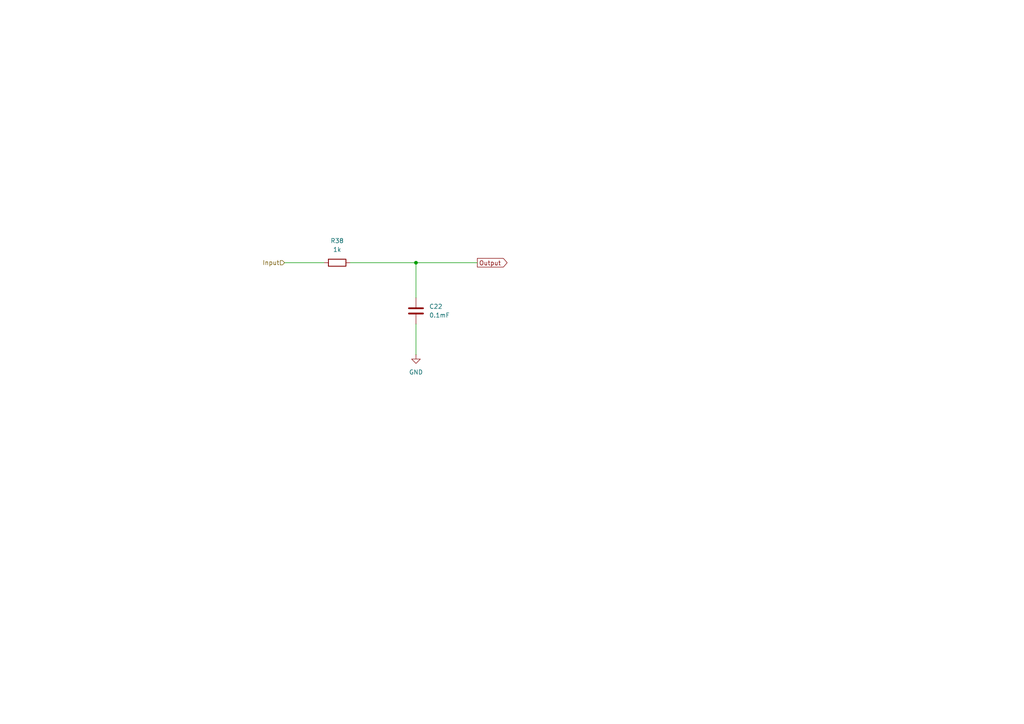
<source format=kicad_sch>
(kicad_sch (version 20231120) (generator "eeschema") (generator_version "8.0")
  (paper "A4")
  (lib_symbols
    (symbol "Device:C" (pin_numbers hide) (pin_names (offset 0.254))
      (property "Reference" "C" (at 0.635 2.54 0))
      (property "Value" "C" (at 0.635 -2.54 0))
      (symbol "C_0_1"
        (polyline (pts (xy -2.032 -0.762) (xy 2.032 -0.762)) (stroke (width 0.508)))
        (polyline (pts (xy -2.032 0.762) (xy 2.032 0.762)) (stroke (width 0.508)))
      )
      (symbol "C_1_1"
        (pin passive line (at 0 3.81 270) (length 2.794) (name "~") (number "1"))
        (pin passive line (at 0 -3.81 90) (length 2.794) (name "~") (number "2"))
      )
    )
    (symbol "Device:R" (pin_numbers hide) (pin_names (offset 0))
      (property "Reference" "R" (at 2.032 0 90))
      (property "Value" "R" (at 0 0 90))
      (symbol "R_0_1"
        (rectangle (start -1.016 -2.54) (end 1.016 2.54) (stroke (width 0.254)))
      )
      (symbol "R_1_1"
        (pin passive line (at 0 3.81 270) (length 1.27) (name "~") (number "1"))
        (pin passive line (at 0 -3.81 90) (length 1.27) (name "~") (number "2"))
      )
    )
    (symbol "power:GND" (power) (pin_numbers hide) (pin_names (offset 0) hide)
      (property "Value" "GND" (at 0 -3.81 0))
      (symbol "GND_0_1"
        (polyline (pts (xy 0 0) (xy 0 -1.27) (xy 1.27 -1.27) (xy 0 -2.54) (xy -1.27 -1.27) (xy 0 -1.27)))
      )
      (symbol "GND_1_1"
        (pin power_in line (at 0 0 270) (length 0) (name "~") (number "1"))
      )
    )
  )
  (junction (at 120.65 76.2))
  (wire (pts (xy 82.55 76.2) (xy 93.98 76.2)))
  (wire (pts (xy 120.65 76.2) (xy 138.43 76.2)))
  (wire (pts (xy 101.6 76.2) (xy 120.65 76.2)))
  (wire (pts (xy 120.65 93.98) (xy 120.65 102.87)))
  (wire (pts (xy 120.65 76.2) (xy 120.65 86.36)))
  (global_label "Output" (shape output) (at 138.43 76.2 0) (property "Intersheetrefs" "${INTERSHEET_REFS}" (effects (hide yes))))
  (hierarchical_label "Input" (shape input) (at 82.55 76.2 180))
  (symbol (lib_id "power:GND") (at 120.65 102.87 0) (unit 1)
    (property "Reference" "#PWR023" (effects (hide yes)))
    (property "Value" "GND" (at 120.65 107.95 0))
    (property "Description" "Power symbol creates a global label with name \"GND\" , ground" (effects (hide yes)))
  )
  (symbol (lib_id "Device:C") (at 120.65 90.17 0) (unit 1)
    (property "Reference" "C22" (at 124.46 88.8999 0) (effects (justify left)))
    (property "Value" "0.1mF" (at 124.46 91.4399 0) (effects (justify left)))
    (property "Description" "Unpolarized capacitor" (effects (hide yes)))
  )
  (symbol (lib_id "Device:R") (at 97.79 76.2 90) (unit 1)
    (property "Reference" "R38" (at 97.79 69.85 90))
    (property "Value" "1k" (at 97.79 72.39 90))
    (property "Description" "Resistor" (effects (hide yes)))
  )
)
</source>
